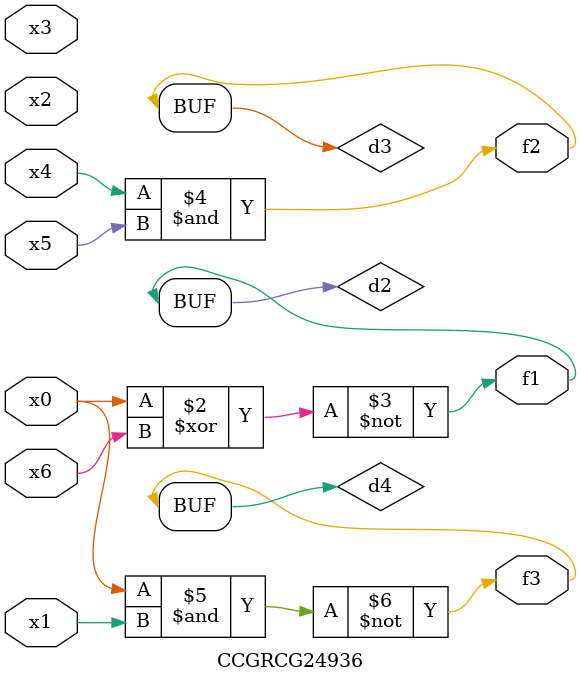
<source format=v>
module CCGRCG24936(
	input x0, x1, x2, x3, x4, x5, x6,
	output f1, f2, f3
);

	wire d1, d2, d3, d4;

	nor (d1, x0);
	xnor (d2, x0, x6);
	and (d3, x4, x5);
	nand (d4, x0, x1);
	assign f1 = d2;
	assign f2 = d3;
	assign f3 = d4;
endmodule

</source>
